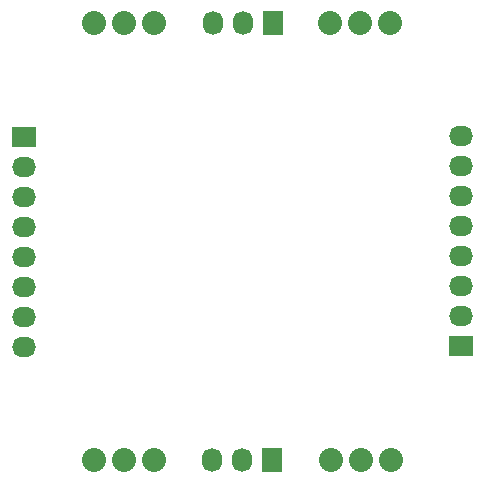
<source format=gbs>
G04 #@! TF.FileFunction,Soldermask,Bot*
%FSLAX46Y46*%
G04 Gerber Fmt 4.6, Leading zero omitted, Abs format (unit mm)*
G04 Created by KiCad (PCBNEW 4.0.4-stable) date Fri Nov  4 09:48:08 2016*
%MOMM*%
%LPD*%
G01*
G04 APERTURE LIST*
%ADD10C,0.100000*%
%ADD11C,2.032000*%
%ADD12R,1.727200X2.032000*%
%ADD13O,1.727200X2.032000*%
%ADD14R,2.032000X1.727200*%
%ADD15O,2.032000X1.727200*%
G04 APERTURE END LIST*
D10*
D11*
X171000000Y-142000000D03*
X173540000Y-142000000D03*
X176080000Y-142000000D03*
D12*
X166000000Y-142000000D03*
D13*
X163460000Y-142000000D03*
X160920000Y-142000000D03*
D12*
X166080000Y-105000000D03*
D13*
X163540000Y-105000000D03*
X161000000Y-105000000D03*
D11*
X150960000Y-142000000D03*
X153500000Y-142000000D03*
X156040000Y-142000000D03*
X150960000Y-105000000D03*
X153500000Y-105000000D03*
X156040000Y-105000000D03*
X170960000Y-105000000D03*
X173500000Y-105000000D03*
X176040000Y-105000000D03*
D14*
X145000000Y-114610000D03*
D15*
X145000000Y-117150000D03*
X145000000Y-119690000D03*
X145000000Y-122230000D03*
X145000000Y-124770000D03*
X145000000Y-127310000D03*
X145000000Y-129850000D03*
X145000000Y-132390000D03*
D14*
X182000000Y-132350000D03*
D15*
X182000000Y-129810000D03*
X182000000Y-127270000D03*
X182000000Y-124730000D03*
X182000000Y-122190000D03*
X182000000Y-119650000D03*
X182000000Y-117110000D03*
X182000000Y-114570000D03*
M02*

</source>
